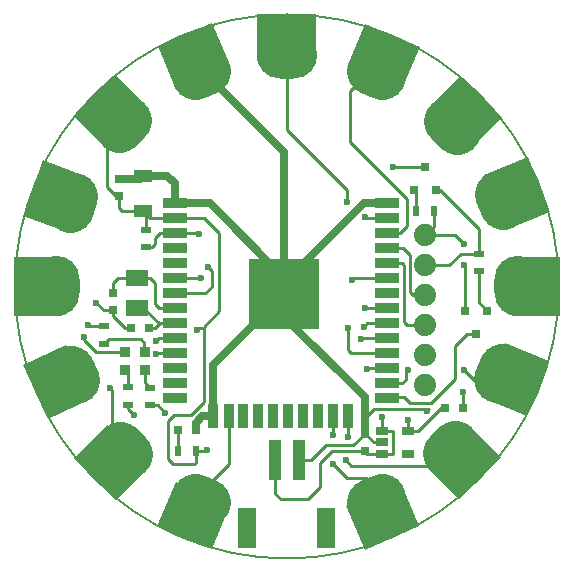
<source format=gbr>
G04 #@! TF.FileFunction,Copper,L1,Top,Signal*
%FSLAX46Y46*%
G04 Gerber Fmt 4.6, Leading zero omitted, Abs format (unit mm)*
G04 Created by KiCad (PCBNEW 4.0.4-stable) date 01/19/17 13:05:08*
%MOMM*%
%LPD*%
G01*
G04 APERTURE LIST*
%ADD10C,0.100000*%
%ADD11C,0.150000*%
%ADD12C,0.800000*%
%ADD13R,2.000000X0.900000*%
%ADD14R,0.900000X2.000000*%
%ADD15R,6.000000X6.000000*%
%ADD16C,1.879600*%
%ADD17R,1.600000X1.000000*%
%ADD18R,0.750000X0.800000*%
%ADD19R,0.800000X0.750000*%
%ADD20R,0.797560X0.797560*%
%ADD21R,0.800100X0.800100*%
%ADD22R,0.900000X0.500000*%
%ADD23R,0.500000X0.900000*%
%ADD24R,1.060000X0.650000*%
%ADD25R,0.850000X0.950000*%
%ADD26R,1.900000X1.400000*%
%ADD27R,0.995680X3.497580*%
%ADD28R,0.998220X3.497580*%
%ADD29R,1.498600X3.398520*%
%ADD30R,1.498600X3.395980*%
%ADD31C,4.000000*%
%ADD32O,5.100000X4.000000*%
%ADD33O,4.000000X5.100000*%
%ADD34C,0.600000*%
%ADD35C,0.250000*%
%ADD36C,0.700000*%
G04 APERTURE END LIST*
D10*
D11*
X107358112Y-144526000D02*
G75*
G03X107358112Y-144526000I-23030112J0D01*
G01*
D12*
X81788000Y-147574000D03*
X86360000Y-147574000D03*
X85852000Y-145288000D03*
X84074000Y-143764000D03*
X86360000Y-143002000D03*
X84074000Y-145288000D03*
X82042000Y-145288000D03*
D13*
X74820000Y-137498000D03*
X74820000Y-138768000D03*
X74820000Y-140038000D03*
X74820000Y-141308000D03*
X74820000Y-142578000D03*
X74820000Y-143848000D03*
X74820000Y-145118000D03*
X74820000Y-146388000D03*
X74820000Y-147658000D03*
X74820000Y-148928000D03*
X74820000Y-150198000D03*
X74820000Y-151468000D03*
X74820000Y-152738000D03*
X74820000Y-154008000D03*
X92820000Y-137498000D03*
X92820000Y-154008000D03*
X92820000Y-152738000D03*
X92820000Y-151468000D03*
X92820000Y-150198000D03*
X92820000Y-148928000D03*
X92820000Y-147658000D03*
X92820000Y-146388000D03*
X92820000Y-145118000D03*
X92820000Y-143848000D03*
X92820000Y-142578000D03*
X92820000Y-141308000D03*
X92820000Y-140038000D03*
X92820000Y-138768000D03*
D14*
X78105000Y-155498000D03*
X79390000Y-155498000D03*
X80645000Y-155498000D03*
X81915000Y-155498000D03*
X83185000Y-155498000D03*
X84455000Y-155498000D03*
X85725000Y-155498000D03*
X86995000Y-155498000D03*
X88265000Y-155498000D03*
X89535000Y-155498000D03*
D15*
X84120000Y-145198000D03*
D12*
X81788000Y-143002000D03*
D16*
X96012000Y-152908000D03*
X96012000Y-150368000D03*
X96012000Y-147828000D03*
X96012000Y-145288000D03*
X96012000Y-142748000D03*
X96012000Y-140208000D03*
D17*
X72136000Y-138152000D03*
X72136000Y-135152000D03*
D18*
X70104000Y-136894000D03*
X70104000Y-135394000D03*
X69596000Y-145046000D03*
X69596000Y-146546000D03*
D19*
X72632000Y-148082000D03*
X71132000Y-148082000D03*
D18*
X90932000Y-158484000D03*
X90932000Y-156984000D03*
D19*
X97751200Y-154838400D03*
X99251200Y-154838400D03*
D20*
X75095100Y-156667200D03*
X76593700Y-156667200D03*
D21*
X95062000Y-136382760D03*
X96962000Y-136382760D03*
X96012000Y-134383780D03*
X101280000Y-146573240D03*
X99380000Y-146573240D03*
X100330000Y-148572220D03*
D22*
X72390000Y-139712000D03*
X72390000Y-141212000D03*
D23*
X75094400Y-158419800D03*
X76594400Y-158419800D03*
D22*
X70840600Y-154572400D03*
X70840600Y-153072400D03*
X68859400Y-147865400D03*
X68859400Y-149365400D03*
X72720200Y-154597800D03*
X72720200Y-153097800D03*
D23*
X95262000Y-138176000D03*
X96762000Y-138176000D03*
D22*
X100584000Y-143244000D03*
X100584000Y-141744000D03*
D24*
X92372000Y-156784000D03*
X92372000Y-157734000D03*
X92372000Y-158684000D03*
X94572000Y-158684000D03*
X94572000Y-156784000D03*
D25*
X70625200Y-150050200D03*
X70625200Y-151600200D03*
X72275200Y-151600200D03*
X72275200Y-150050200D03*
D26*
X71628000Y-143834000D03*
X71628000Y-146354800D03*
D27*
X83327240Y-159258000D03*
D28*
X85328760Y-159258000D03*
D29*
X80982820Y-165006020D03*
D30*
X87675720Y-165006020D03*
D10*
G36*
X69769948Y-126537624D02*
X72598376Y-129366052D01*
X69062842Y-132901586D01*
X66234414Y-130073158D01*
X69769948Y-126537624D01*
X69769948Y-126537624D01*
G37*
D31*
X70882934Y-130408328D02*
X70105116Y-131186146D01*
D10*
G36*
X102570376Y-130221948D02*
X99741948Y-133050376D01*
X96206414Y-129514842D01*
X99034842Y-126686414D01*
X102570376Y-130221948D01*
X102570376Y-130221948D01*
G37*
D31*
X98699672Y-131334934D02*
X97921854Y-130557116D01*
D10*
G36*
X95558916Y-124258572D02*
X93995992Y-127940592D01*
X89393468Y-125986936D01*
X90956392Y-122304916D01*
X95558916Y-124258572D01*
X95558916Y-124258572D01*
G37*
D31*
X92386995Y-126740505D02*
X91374439Y-126310701D01*
D10*
G36*
X98886052Y-162514376D02*
X96057624Y-159685948D01*
X99593158Y-156150414D01*
X102421586Y-158978842D01*
X98886052Y-162514376D01*
X98886052Y-162514376D01*
G37*
D31*
X97773066Y-158643672D02*
X98550884Y-157865854D01*
D10*
G36*
X86828000Y-121444000D02*
X86828000Y-125444000D01*
X81828000Y-125444000D01*
X81828000Y-121444000D01*
X86828000Y-121444000D01*
X86828000Y-121444000D01*
G37*
D32*
X84327999Y-124968000D03*
D10*
G36*
X106581734Y-138239241D02*
X102872999Y-139737668D01*
X100999966Y-135101749D01*
X104708701Y-133603322D01*
X106581734Y-138239241D01*
X106581734Y-138239241D01*
G37*
D31*
X102583855Y-137751346D02*
X102171787Y-136731444D01*
D10*
G36*
X107410000Y-147026000D02*
X103410000Y-147026000D01*
X103410000Y-142026000D01*
X107410000Y-142026000D01*
X107410000Y-147026000D01*
X107410000Y-147026000D01*
G37*
D33*
X103886000Y-144525999D03*
D10*
G36*
X61246000Y-142026000D02*
X65246000Y-142026000D01*
X65246000Y-147026000D01*
X61246000Y-147026000D01*
X61246000Y-142026000D01*
X61246000Y-142026000D01*
G37*
D33*
X64770000Y-144526001D03*
D10*
G36*
X63658792Y-133857410D02*
X67417563Y-135225491D01*
X65707462Y-139923954D01*
X61948691Y-138555873D01*
X63658792Y-133857410D01*
X63658792Y-133857410D01*
G37*
D31*
X66303329Y-136895091D02*
X65927107Y-137928753D01*
D10*
G36*
X104645001Y-155485668D02*
X100936266Y-153987241D01*
X102809299Y-149351322D01*
X106518034Y-150849749D01*
X104645001Y-155485668D01*
X104645001Y-155485668D01*
G37*
D31*
X102108088Y-152357545D02*
X102520156Y-151337643D01*
D10*
G36*
X90916008Y-166802592D02*
X89353084Y-163120572D01*
X93955608Y-161166916D01*
X95518532Y-164848936D01*
X90916008Y-166802592D01*
X90916008Y-166802592D01*
G37*
D31*
X91334057Y-162796807D02*
X92346613Y-162367003D01*
D10*
G36*
X73351084Y-164793428D02*
X74914008Y-161111408D01*
X79516532Y-163065064D01*
X77953608Y-166747084D01*
X73351084Y-164793428D01*
X73351084Y-164793428D01*
G37*
D31*
X76523005Y-162311495D02*
X77535561Y-162741299D01*
D10*
G36*
X66339624Y-159084052D02*
X69168052Y-156255624D01*
X72703586Y-159791158D01*
X69875158Y-162619586D01*
X66339624Y-159084052D01*
X66339624Y-159084052D01*
G37*
D31*
X70210328Y-157971066D02*
X70988146Y-158748884D01*
D10*
G36*
X62008184Y-151209669D02*
X65633415Y-149519196D01*
X67746506Y-154050735D01*
X64121275Y-155741208D01*
X62008184Y-151209669D01*
X62008184Y-151209669D01*
G37*
D31*
X66026119Y-151487664D02*
X66490999Y-152484602D01*
D10*
G36*
X77993992Y-122249408D02*
X79556916Y-125931428D01*
X74954392Y-127885084D01*
X73391468Y-124203064D01*
X77993992Y-122249408D01*
X77993992Y-122249408D01*
G37*
D31*
X77575943Y-126255193D02*
X76563387Y-126684997D01*
D34*
X68199000Y-145897600D03*
X96164400Y-155092400D03*
X99237800Y-153441400D03*
X76682600Y-148183600D03*
X67132200Y-148818600D03*
X77546200Y-158369000D03*
X94564200Y-155829000D03*
X92354400Y-155575000D03*
X76885800Y-140081000D03*
X93319600Y-134391400D03*
X99314000Y-140970000D03*
X99314000Y-142748000D03*
X89306400Y-159258000D03*
X89535000Y-157251400D03*
X99364800Y-151638000D03*
X94589600Y-151638000D03*
X90576400Y-148971000D03*
X71374000Y-155448000D03*
X89484200Y-148031200D03*
X67513200Y-147751800D03*
X91084400Y-151485600D03*
X74041000Y-155219400D03*
X77063600Y-143840200D03*
X77622400Y-142849600D03*
X69342000Y-153085800D03*
X73279000Y-149148800D03*
X73279000Y-150266400D03*
X90881200Y-147929600D03*
X90957400Y-146380200D03*
X89865200Y-143941800D03*
X89408000Y-137414000D03*
X90932000Y-138684000D03*
X88214200Y-159588200D03*
X88239600Y-157073600D03*
D35*
X69596000Y-146546000D02*
X68847400Y-146546000D01*
X68847400Y-146546000D02*
X68199000Y-145897600D01*
X91744800Y-154889200D02*
X90932000Y-155702000D01*
X96367600Y-154889200D02*
X91744800Y-154889200D01*
X96164400Y-155092400D02*
X96367600Y-154889200D01*
D36*
X76593700Y-156667200D02*
X76593700Y-156070300D01*
X77166000Y-155498000D02*
X78105000Y-155498000D01*
X76593700Y-156070300D02*
X77166000Y-155498000D01*
D35*
X99251200Y-154838400D02*
X99251200Y-153454800D01*
X99251200Y-153454800D02*
X99237800Y-153441400D01*
X69596000Y-146546000D02*
X69596000Y-147066000D01*
X70612000Y-148082000D02*
X71132000Y-148082000D01*
X69596000Y-147066000D02*
X70612000Y-148082000D01*
D36*
X90932000Y-156984000D02*
X90932000Y-155702000D01*
X90932000Y-155702000D02*
X90932000Y-153924000D01*
X90932000Y-153924000D02*
X84120000Y-147112000D01*
X84120000Y-147112000D02*
X84120000Y-145198000D01*
X76474192Y-125067246D02*
X76474192Y-125496192D01*
X76474192Y-125496192D02*
X84120000Y-133142000D01*
X74820000Y-137498000D02*
X77808000Y-137498000D01*
X77808000Y-137498000D02*
X84120000Y-143810000D01*
X84120000Y-143810000D02*
X84120000Y-145198000D01*
X92820000Y-137498000D02*
X90848000Y-137498000D01*
X90848000Y-137498000D02*
X84120000Y-144226000D01*
X84120000Y-144226000D02*
X84120000Y-145198000D01*
X78105000Y-155498000D02*
X78105000Y-151213000D01*
X78105000Y-151213000D02*
X84120000Y-145198000D01*
D35*
X85328760Y-159258000D02*
X86360000Y-159258000D01*
X89928000Y-157988000D02*
X90932000Y-156984000D01*
X87630000Y-157988000D02*
X89928000Y-157988000D01*
X86360000Y-159258000D02*
X87630000Y-157988000D01*
X90932000Y-156984000D02*
X90944000Y-156984000D01*
X90944000Y-156984000D02*
X91694000Y-157734000D01*
X91694000Y-157734000D02*
X92372000Y-157734000D01*
X78105000Y-155498000D02*
X78105000Y-156337000D01*
D36*
X72136000Y-135152000D02*
X74192000Y-135152000D01*
X74820000Y-135780000D02*
X74820000Y-137498000D01*
X74192000Y-135152000D02*
X74820000Y-135780000D01*
X70104000Y-135394000D02*
X71894000Y-135394000D01*
X71894000Y-135394000D02*
X72136000Y-135152000D01*
X84120000Y-133142000D02*
X84120000Y-145198000D01*
D35*
X70625200Y-150050200D02*
X68160600Y-150050200D01*
X76784200Y-148082000D02*
X77292200Y-148082000D01*
X76682600Y-148183600D02*
X76784200Y-148082000D01*
X67132200Y-149021800D02*
X67132200Y-148818600D01*
X68160600Y-150050200D02*
X67132200Y-149021800D01*
X94572000Y-156784000D02*
X94572000Y-155836800D01*
X77495400Y-158419800D02*
X76594400Y-158419800D01*
X77546200Y-158369000D02*
X77495400Y-158419800D01*
X94572000Y-155836800D02*
X94564200Y-155829000D01*
X74820000Y-138768000D02*
X77325400Y-138768000D01*
X77325400Y-138768000D02*
X78587600Y-140030200D01*
X78587600Y-140030200D02*
X78587600Y-146634200D01*
X78587600Y-146634200D02*
X77292200Y-147929600D01*
X77292200Y-147929600D02*
X77292200Y-148082000D01*
X77292200Y-148082000D02*
X77292200Y-154305000D01*
X77292200Y-154305000D02*
X76174600Y-155422600D01*
X76174600Y-155422600D02*
X74803000Y-155422600D01*
X74803000Y-155422600D02*
X74269600Y-155956000D01*
X74269600Y-155956000D02*
X74269600Y-159156400D01*
X74269600Y-159156400D02*
X74676000Y-159562800D01*
X74676000Y-159562800D02*
X76504800Y-159562800D01*
X76504800Y-159562800D02*
X76594400Y-159473200D01*
X76594400Y-159473200D02*
X76594400Y-158419800D01*
X70104000Y-136894000D02*
X69838000Y-136894000D01*
X69838000Y-136894000D02*
X69088000Y-136144000D01*
X69088000Y-136144000D02*
X69088000Y-130048000D01*
X69088000Y-130048000D02*
X69416395Y-129719605D01*
X97751200Y-154838400D02*
X97383600Y-154838400D01*
X97383600Y-154838400D02*
X95438000Y-156784000D01*
X95438000Y-156784000D02*
X94572000Y-156784000D01*
X70104000Y-136894000D02*
X70104000Y-137922000D01*
X70334000Y-138152000D02*
X72136000Y-138152000D01*
X70104000Y-137922000D02*
X70334000Y-138152000D01*
X72390000Y-139712000D02*
X72390000Y-138406000D01*
X72390000Y-138406000D02*
X72136000Y-138152000D01*
X74820000Y-138768000D02*
X72752000Y-138768000D01*
X72752000Y-138768000D02*
X72136000Y-138152000D01*
X72390000Y-138406000D02*
X72136000Y-138152000D01*
X92372000Y-156784000D02*
X92372000Y-155592600D01*
X92372000Y-155592600D02*
X92354400Y-155575000D01*
X92372000Y-158684000D02*
X91132000Y-158684000D01*
X91132000Y-158684000D02*
X90932000Y-158484000D01*
X92372000Y-156784000D02*
X93284000Y-156784000D01*
X93284000Y-158684000D02*
X92372000Y-158684000D01*
X93345000Y-158623000D02*
X93284000Y-158684000D01*
X93345000Y-156845000D02*
X93345000Y-158623000D01*
X93284000Y-156784000D02*
X93345000Y-156845000D01*
X90932000Y-158484000D02*
X88150000Y-158484000D01*
X83327240Y-162067240D02*
X83327240Y-159258000D01*
X83820000Y-162560000D02*
X83327240Y-162067240D01*
X86106000Y-162560000D02*
X83820000Y-162560000D01*
X87122000Y-161544000D02*
X86106000Y-162560000D01*
X87122000Y-159512000D02*
X87122000Y-161544000D01*
X88150000Y-158484000D02*
X87122000Y-159512000D01*
X75094400Y-158419800D02*
X75094400Y-156667900D01*
X75094400Y-156667900D02*
X75095100Y-156667200D01*
X96012000Y-134383780D02*
X93327220Y-134383780D01*
X76842800Y-140038000D02*
X74820000Y-140038000D01*
X76885800Y-140081000D02*
X76842800Y-140038000D01*
X93327220Y-134383780D02*
X93319600Y-134391400D01*
X74820000Y-140038000D02*
X73576000Y-140038000D01*
X72910000Y-141212000D02*
X72390000Y-141212000D01*
X73152000Y-140970000D02*
X72910000Y-141212000D01*
X73152000Y-140462000D02*
X73152000Y-140970000D01*
X73576000Y-140038000D02*
X73152000Y-140462000D01*
X100330000Y-148572220D02*
X99585780Y-148572220D01*
X94234000Y-153924000D02*
X92904000Y-153924000D01*
X94742000Y-154432000D02*
X94234000Y-153924000D01*
X96520000Y-154432000D02*
X94742000Y-154432000D01*
X98552000Y-152400000D02*
X96520000Y-154432000D01*
X98552000Y-149606000D02*
X98552000Y-152400000D01*
X99585780Y-148572220D02*
X98552000Y-149606000D01*
X92904000Y-153924000D02*
X92820000Y-154008000D01*
X96012000Y-147828000D02*
X94488000Y-147828000D01*
X94064000Y-142578000D02*
X92820000Y-142578000D01*
X94234000Y-142748000D02*
X94064000Y-142578000D01*
X94234000Y-147574000D02*
X94234000Y-142748000D01*
X94488000Y-147828000D02*
X94234000Y-147574000D01*
X96012000Y-145288000D02*
X95014202Y-145288000D01*
X94191000Y-141308000D02*
X92820000Y-141308000D01*
X94716600Y-141833600D02*
X94191000Y-141308000D01*
X94716600Y-144990398D02*
X94716600Y-141833600D01*
X95014202Y-145288000D02*
X94716600Y-144990398D01*
X96708000Y-136382760D02*
X97266760Y-136382760D01*
X100584000Y-139700000D02*
X100584000Y-141744000D01*
X97266760Y-136382760D02*
X100584000Y-139700000D01*
X100584000Y-141744000D02*
X99048000Y-141744000D01*
X98044000Y-142748000D02*
X96012000Y-142748000D01*
X99048000Y-141744000D02*
X98044000Y-142748000D01*
X96762000Y-138176000D02*
X96762000Y-139458000D01*
X96762000Y-139458000D02*
X96012000Y-140208000D01*
X99380000Y-146573240D02*
X99380000Y-142814000D01*
X98552000Y-140208000D02*
X96012000Y-140208000D01*
X99314000Y-140970000D02*
X98552000Y-140208000D01*
X99380000Y-142814000D02*
X99314000Y-142748000D01*
X95262000Y-138176000D02*
X95262000Y-136582760D01*
X95262000Y-136582760D02*
X95062000Y-136382760D01*
X100584000Y-143244000D02*
X100584000Y-145877240D01*
X100584000Y-145877240D02*
X101280000Y-146573240D01*
X70840600Y-153072400D02*
X70840600Y-151815600D01*
X70840600Y-151815600D02*
X70625200Y-151600200D01*
X72263000Y-150063200D02*
X72263000Y-149275800D01*
X69279200Y-148945600D02*
X68859400Y-149365400D01*
X71958200Y-148945600D02*
X69279200Y-148945600D01*
X72263000Y-149275800D02*
X71958200Y-148945600D01*
X72275200Y-151600200D02*
X72275200Y-152652800D01*
X72275200Y-152652800D02*
X72720200Y-153097800D01*
X69596000Y-145046000D02*
X69596000Y-144272000D01*
X70034000Y-143834000D02*
X71628000Y-143834000D01*
X69596000Y-144272000D02*
X70034000Y-143834000D01*
X72320000Y-143834000D02*
X71628000Y-143834000D01*
X71628000Y-143834000D02*
X72714000Y-143834000D01*
X73490000Y-146388000D02*
X74820000Y-146388000D01*
X73152000Y-146050000D02*
X73490000Y-146388000D01*
X73152000Y-144272000D02*
X73152000Y-146050000D01*
X72714000Y-143834000D02*
X73152000Y-144272000D01*
X72632000Y-148082000D02*
X73152000Y-148082000D01*
X73152000Y-148082000D02*
X73576000Y-147658000D01*
X73490000Y-147658000D02*
X73576000Y-147658000D01*
X73576000Y-147658000D02*
X74820000Y-147658000D01*
X71628000Y-146354800D02*
X72186800Y-146354800D01*
X72186800Y-146354800D02*
X73490000Y-147658000D01*
X73490000Y-147658000D02*
X74820000Y-147658000D01*
X79390000Y-155498000D02*
X79390000Y-159573200D01*
X79390000Y-159573200D02*
X77029282Y-161933918D01*
X77029282Y-161933918D02*
X77029282Y-162526396D01*
X77029282Y-162526396D02*
X76433808Y-163929246D01*
X89535000Y-155498000D02*
X89535000Y-157251400D01*
X89763600Y-159715200D02*
X98856800Y-159715200D01*
X89306400Y-159258000D02*
X89763600Y-159715200D01*
X98856800Y-159715200D02*
X99239605Y-159332395D01*
X103727150Y-152418495D02*
X100145295Y-152418495D01*
X100145295Y-152418495D02*
X99364800Y-151638000D01*
X94589600Y-151638000D02*
X94411800Y-151815800D01*
X94411800Y-151815800D02*
X94411800Y-152425400D01*
X94411800Y-152425400D02*
X94099200Y-152738000D01*
X94099200Y-152738000D02*
X92820000Y-152738000D01*
X70840600Y-154572400D02*
X70840600Y-154914600D01*
X90619400Y-148928000D02*
X92820000Y-148928000D01*
X90576400Y-148971000D02*
X90619400Y-148928000D01*
X70840600Y-154914600D02*
X71374000Y-155448000D01*
X68859400Y-147865400D02*
X67626800Y-147865400D01*
X89746000Y-150198000D02*
X92820000Y-150198000D01*
X89484200Y-149936200D02*
X89746000Y-150198000D01*
X89484200Y-148031200D02*
X89484200Y-149936200D01*
X67626800Y-147865400D02*
X67513200Y-147751800D01*
X72720200Y-154597800D02*
X73419400Y-154597800D01*
X91102000Y-151468000D02*
X92820000Y-151468000D01*
X91084400Y-151485600D02*
X91102000Y-151468000D01*
X73419400Y-154597800D02*
X74041000Y-155219400D01*
X77055800Y-143848000D02*
X74820000Y-143848000D01*
X77063600Y-143840200D02*
X77055800Y-143848000D01*
X77622400Y-142849600D02*
X78003400Y-143230600D01*
X78003400Y-143230600D02*
X78003400Y-144551400D01*
X78003400Y-144551400D02*
X77436800Y-145118000D01*
X77436800Y-145118000D02*
X74820000Y-145118000D01*
X74820000Y-148928000D02*
X73499800Y-148928000D01*
X69521605Y-153265405D02*
X69521605Y-159437605D01*
X69342000Y-153085800D02*
X69521605Y-153265405D01*
X73499800Y-148928000D02*
X73279000Y-149148800D01*
X70599236Y-158359974D02*
X69521605Y-159437605D01*
X74820000Y-150198000D02*
X73322000Y-150198000D01*
X73279000Y-150241000D02*
X73279000Y-150266400D01*
X73322000Y-150198000D02*
X73279000Y-150241000D01*
X66258558Y-151986132D02*
X64877345Y-152630202D01*
X74084000Y-151468000D02*
X74820000Y-151468000D01*
X74820000Y-154008000D02*
X74820000Y-154139210D01*
X90881200Y-147929600D02*
X91152800Y-147658000D01*
X91152800Y-147658000D02*
X92820000Y-147658000D01*
X90965200Y-146388000D02*
X92820000Y-146388000D01*
X90957400Y-146380200D02*
X90965200Y-146388000D01*
X89959000Y-143848000D02*
X92820000Y-143848000D01*
X89865200Y-143941800D02*
X89959000Y-143848000D01*
X92820000Y-140038000D02*
X93896000Y-140038000D01*
X89662000Y-127936946D02*
X92476192Y-125122754D01*
X89662000Y-132334000D02*
X89662000Y-127936946D01*
X93980000Y-136652000D02*
X89662000Y-132334000D01*
X94488000Y-137160000D02*
X93980000Y-136652000D01*
X94488000Y-139446000D02*
X94488000Y-137160000D01*
X93896000Y-140038000D02*
X94488000Y-139446000D01*
X84328000Y-123444000D02*
X84328000Y-131318000D01*
X84328000Y-131318000D02*
X89408000Y-136398000D01*
X89408000Y-136398000D02*
X89408000Y-137414000D01*
X91016000Y-138768000D02*
X92820000Y-138768000D01*
X90932000Y-138684000D02*
X91016000Y-138768000D01*
X92435808Y-163984754D02*
X92435808Y-162209608D01*
X92435808Y-162209608D02*
X91008200Y-160782000D01*
X91008200Y-160782000D02*
X89408000Y-160782000D01*
X89408000Y-160782000D02*
X88214200Y-159588200D01*
X88239600Y-157073600D02*
X88265000Y-157048200D01*
X88265000Y-157048200D02*
X88265000Y-155498000D01*
M02*

</source>
